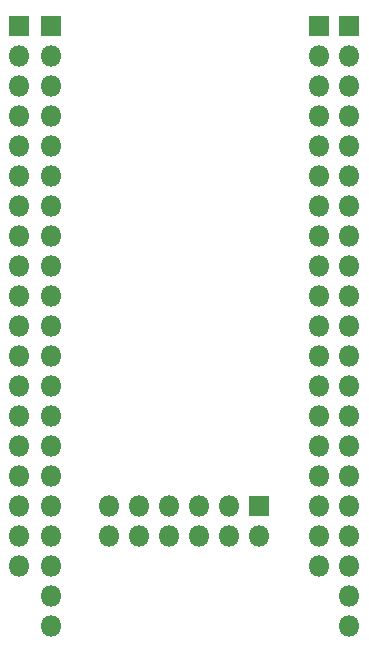
<source format=gbr>
%TF.GenerationSoftware,KiCad,Pcbnew,(5.1.6)-1*%
%TF.CreationDate,2020-09-14T23:14:01+08:00*%
%TF.ProjectId,ESP32-S2_adapter_board,45535033-322d-4533-925f-616461707465,rev?*%
%TF.SameCoordinates,Original*%
%TF.FileFunction,Soldermask,Top*%
%TF.FilePolarity,Negative*%
%FSLAX46Y46*%
G04 Gerber Fmt 4.6, Leading zero omitted, Abs format (unit mm)*
G04 Created by KiCad (PCBNEW (5.1.6)-1) date 2020-09-14 23:14:01*
%MOMM*%
%LPD*%
G01*
G04 APERTURE LIST*
%ADD10O,1.800000X1.800000*%
%ADD11R,1.800000X1.800000*%
G04 APERTURE END LIST*
D10*
%TO.C,J5*%
X139160000Y-122840000D03*
X139160000Y-120300000D03*
X141700000Y-122840000D03*
X141700000Y-120300000D03*
X144240000Y-122840000D03*
X144240000Y-120300000D03*
X146780000Y-122840000D03*
X146780000Y-120300000D03*
X149320000Y-122840000D03*
X149320000Y-120300000D03*
X151860000Y-122840000D03*
D11*
X151860000Y-120300000D03*
%TD*%
D10*
%TO.C,J4*%
X156940000Y-125380000D03*
X156940000Y-122840000D03*
X156940000Y-120300000D03*
X156940000Y-117760000D03*
X156940000Y-115220000D03*
X156940000Y-112680000D03*
X156940000Y-110140000D03*
X156940000Y-107600000D03*
X156940000Y-105060000D03*
X156940000Y-102520000D03*
X156940000Y-99980000D03*
X156940000Y-97440000D03*
X156940000Y-94900000D03*
X156940000Y-92360000D03*
X156940000Y-89820000D03*
X156940000Y-87280000D03*
X156940000Y-84740000D03*
X156940000Y-82200000D03*
D11*
X156940000Y-79660000D03*
%TD*%
D10*
%TO.C,J3*%
X131540000Y-125380000D03*
X131540000Y-122840000D03*
X131540000Y-120300000D03*
X131540000Y-117760000D03*
X131540000Y-115220000D03*
X131540000Y-112680000D03*
X131540000Y-110140000D03*
X131540000Y-107600000D03*
X131540000Y-105060000D03*
X131540000Y-102520000D03*
X131540000Y-99980000D03*
X131540000Y-97440000D03*
X131540000Y-94900000D03*
X131540000Y-92360000D03*
X131540000Y-89820000D03*
X131540000Y-87280000D03*
X131540000Y-84740000D03*
X131540000Y-82200000D03*
D11*
X131540000Y-79660000D03*
%TD*%
D10*
%TO.C,J2*%
X159480000Y-130460000D03*
X159480000Y-127920000D03*
X159480000Y-125380000D03*
X159480000Y-122840000D03*
X159480000Y-120300000D03*
X159480000Y-117760000D03*
X159480000Y-115220000D03*
X159480000Y-112680000D03*
X159480000Y-110140000D03*
X159480000Y-107600000D03*
X159480000Y-105060000D03*
X159480000Y-102520000D03*
X159480000Y-99980000D03*
X159480000Y-97440000D03*
X159480000Y-94900000D03*
X159480000Y-92360000D03*
X159480000Y-89820000D03*
X159480000Y-87280000D03*
X159480000Y-84740000D03*
X159480000Y-82200000D03*
D11*
X159480000Y-79660000D03*
%TD*%
D10*
%TO.C,J1*%
X134180000Y-130460000D03*
X134180000Y-127920000D03*
X134180000Y-125380000D03*
X134180000Y-122840000D03*
X134180000Y-120300000D03*
X134180000Y-117760000D03*
X134180000Y-115220000D03*
X134180000Y-112680000D03*
X134180000Y-110140000D03*
X134180000Y-107600000D03*
X134180000Y-105060000D03*
X134180000Y-102520000D03*
X134180000Y-99980000D03*
X134180000Y-97440000D03*
X134180000Y-94900000D03*
X134180000Y-92360000D03*
X134180000Y-89820000D03*
X134180000Y-87280000D03*
X134180000Y-84740000D03*
X134180000Y-82200000D03*
D11*
X134180000Y-79660000D03*
%TD*%
M02*

</source>
